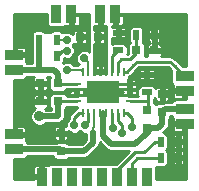
<source format=gbr>
G04 #@! TF.FileFunction,Copper,L1,Top,Signal*
%FSLAX46Y46*%
G04 Gerber Fmt 4.6, Leading zero omitted, Abs format (unit mm)*
G04 Created by KiCad (PCBNEW 4.0.2-stable) date 02-04-2017 12:22:52*
%MOMM*%
G01*
G04 APERTURE LIST*
%ADD10C,0.100000*%
%ADD11R,1.600000X0.960000*%
%ADD12R,1.600000X0.950000*%
%ADD13R,0.750000X0.800000*%
%ADD14R,0.800000X0.750000*%
%ADD15R,0.900000X0.500000*%
%ADD16R,0.500000X0.900000*%
%ADD17R,0.800000X0.254000*%
%ADD18R,0.254000X0.800000*%
%ADD19R,2.800000X1.900000*%
%ADD20R,0.960000X1.600000*%
%ADD21R,0.950000X1.600000*%
%ADD22C,0.600000*%
%ADD23C,0.906400*%
%ADD24C,0.706400*%
%ADD25C,0.203200*%
%ADD26C,0.510000*%
%ADD27C,0.250000*%
%ADD28C,0.500000*%
%ADD29C,0.254000*%
G04 APERTURE END LIST*
D10*
D11*
X15235200Y-7315200D03*
D12*
X15235200Y-6045200D03*
D13*
X4775200Y-12408600D03*
X4775200Y-10908600D03*
D14*
X4509200Y-6680200D03*
X3009200Y-6680200D03*
D13*
X12039600Y-10427400D03*
X12039600Y-8927400D03*
D14*
X11137200Y-3886200D03*
X12637200Y-3886200D03*
X4509200Y-8204200D03*
X3009200Y-8204200D03*
X7862000Y-2743200D03*
X6362000Y-2743200D03*
D13*
X13309600Y-9106600D03*
X13309600Y-7606600D03*
D15*
X9601200Y-3874200D03*
X9601200Y-2374200D03*
X12014200Y-7430200D03*
X12014200Y-5930200D03*
D16*
X11137200Y-2616200D03*
X12637200Y-2616200D03*
D17*
X6081200Y-6692200D03*
D18*
X6581200Y-5692200D03*
X7081200Y-5692200D03*
X7581200Y-5692200D03*
X8081200Y-5692200D03*
X8581200Y-5692200D03*
X9081200Y-5692200D03*
X9581200Y-5692200D03*
X10081200Y-5692200D03*
D17*
X10581200Y-6692200D03*
X10581200Y-7192200D03*
X10581200Y-7692200D03*
X10581200Y-8192200D03*
X6081200Y-7192200D03*
X6081200Y-7692200D03*
X6081200Y-8192200D03*
D18*
X10081200Y-9192200D03*
X9581200Y-9192200D03*
X9081200Y-9192200D03*
X8581200Y-9192200D03*
X8081200Y-9192200D03*
X7581200Y-9192200D03*
X7081200Y-9192200D03*
X6581200Y-9192200D03*
D19*
X8331200Y-7442200D03*
D11*
X792200Y-10998200D03*
D12*
X792200Y-12268200D03*
D11*
X15235200Y-10109200D03*
D12*
X15235200Y-8839200D03*
D20*
X5638800Y-792200D03*
D21*
X4368800Y-792200D03*
D20*
X9347200Y-792200D03*
D21*
X8077200Y-792200D03*
X12014200Y-14600200D03*
X3124200Y-14600200D03*
X4394200Y-14600200D03*
X10744200Y-14600200D03*
X9474200Y-14600200D03*
X5664200Y-14600200D03*
X6934200Y-14600200D03*
X8204200Y-14600200D03*
D11*
X792200Y-4267200D03*
D12*
X792200Y-5537200D03*
D16*
X13194600Y-12979400D03*
X14694600Y-12979400D03*
X13194600Y-11607800D03*
X14694600Y-11607800D03*
X2882200Y-2971800D03*
X4382200Y-2971800D03*
X2882200Y-4368800D03*
X4382200Y-4368800D03*
D22*
X1930400Y-3302000D03*
X1905000Y-2489200D03*
X1905000Y-1676400D03*
X13157200Y-5918200D03*
X14427200Y-1854200D03*
X14427200Y-2870200D03*
X14427200Y-3886200D03*
X7315200Y-6934200D03*
X8331200Y-6934200D03*
X9347200Y-6934200D03*
X9347200Y-7950200D03*
X8331200Y-7950200D03*
X7315200Y-7950200D03*
D23*
X2933700Y-9474200D03*
D24*
X5232400Y-2971800D03*
X10744200Y-10388600D03*
X9956800Y-10871200D03*
X5232400Y-3911600D03*
X9144000Y-10439400D03*
X6731000Y-4546600D03*
X5867400Y-10236200D03*
X6807200Y-10236200D03*
X5257800Y-5537200D03*
D25*
X7467600Y-10795000D02*
X7467600Y-10439400D01*
D26*
X6743000Y-12408600D02*
X7467600Y-11684000D01*
X7467600Y-11684000D02*
X7467600Y-10795000D01*
X4775200Y-12408600D02*
X6743000Y-12408600D01*
D25*
X7581200Y-10325800D02*
X7581200Y-9192200D01*
X7467600Y-10439400D02*
X7581200Y-10325800D01*
D26*
X2641600Y-12268200D02*
X4634800Y-12268200D01*
X4634800Y-12268200D02*
X4775200Y-12408600D01*
X1092200Y-12268200D02*
X2641600Y-12268200D01*
X2641600Y-12268200D02*
X2653600Y-12268200D01*
D27*
X14935200Y-7315200D02*
X13601000Y-7315200D01*
X13601000Y-7315200D02*
X13309600Y-7606600D01*
X1930400Y-3302000D02*
X1905000Y-3276600D01*
X1905000Y-3276600D02*
X1905000Y-2489200D01*
X12637200Y-3886200D02*
X14427200Y-3886200D01*
X14427200Y-2870200D02*
X14427200Y-1854200D01*
X6807200Y-7192200D02*
X7184200Y-7192200D01*
X7184200Y-7192200D02*
X7315200Y-7061200D01*
X7315200Y-7061200D02*
X7315200Y-6934200D01*
X8331200Y-6934200D02*
X9347200Y-6934200D01*
X9347200Y-7950200D02*
X8331200Y-7950200D01*
X7315200Y-7950200D02*
X7315200Y-7442200D01*
X7315200Y-7442200D02*
X8331200Y-7442200D01*
X10581200Y-6692200D02*
X9081200Y-6692200D01*
X9081200Y-6692200D02*
X8331200Y-7442200D01*
X6081200Y-7192200D02*
X6807200Y-7192200D01*
X6807200Y-7192200D02*
X8081200Y-7192200D01*
X8081200Y-7192200D02*
X8331200Y-7442200D01*
X6081200Y-7692200D02*
X8081200Y-7692200D01*
X8081200Y-7692200D02*
X8331200Y-7442200D01*
X10581200Y-7192200D02*
X8581200Y-7192200D01*
X8581200Y-7192200D02*
X8331200Y-7442200D01*
X10581200Y-7692200D02*
X8581200Y-7692200D01*
X8581200Y-7692200D02*
X8331200Y-7442200D01*
D28*
X2882200Y-4368800D02*
X2882200Y-5384800D01*
X3034600Y-5537200D02*
X3073400Y-5498400D01*
X3073400Y-5498400D02*
X3073400Y-5486400D01*
X3073400Y-5486400D02*
X3073400Y-5537200D01*
X2882200Y-5384800D02*
X3034600Y-5537200D01*
X2882200Y-2971800D02*
X2882200Y-4368800D01*
X4509200Y-6680200D02*
X4509200Y-5906200D01*
X4509200Y-5906200D02*
X4140200Y-5537200D01*
X4140200Y-5537200D02*
X3073400Y-5537200D01*
X3073400Y-5537200D02*
X711200Y-5537200D01*
D27*
X6081200Y-6692200D02*
X4521200Y-6692200D01*
X4521200Y-6692200D02*
X4509200Y-6680200D01*
D26*
X13309600Y-9106600D02*
X13309600Y-10109200D01*
X12991400Y-10427400D02*
X12039600Y-10427400D01*
X13309600Y-10109200D02*
X12991400Y-10427400D01*
D25*
X8581200Y-9192200D02*
X8303200Y-9192200D01*
X8081200Y-9192200D02*
X8303200Y-9192200D01*
D26*
X11062400Y-11785600D02*
X8991600Y-11785600D01*
X8991600Y-11785600D02*
X8305800Y-11099800D01*
X8305800Y-11099800D02*
X8305800Y-9194800D01*
X11062400Y-11785600D02*
X11912600Y-10935400D01*
D25*
X8303200Y-9192200D02*
X8305800Y-9194800D01*
D26*
X14935200Y-8839200D02*
X13577000Y-8839200D01*
X13577000Y-8839200D02*
X13309600Y-9106600D01*
D28*
X12192000Y-10668000D02*
X12180000Y-10668000D01*
X12180000Y-10668000D02*
X11912600Y-10935400D01*
D27*
X12141200Y-7430200D02*
X12141200Y-8180200D01*
X12141200Y-8180200D02*
X12129200Y-8192200D01*
X10581200Y-8192200D02*
X12129200Y-8192200D01*
X12141200Y-8204200D02*
X12141200Y-9017000D01*
X12129200Y-8192200D02*
X12141200Y-8204200D01*
X11137200Y-3886200D02*
X11137200Y-4077400D01*
X11137200Y-4077400D02*
X10566400Y-4648200D01*
X9581200Y-4922200D02*
X9855200Y-4648200D01*
X9581200Y-5692200D02*
X9581200Y-4922200D01*
X10566400Y-4648200D02*
X9855200Y-4648200D01*
X11137200Y-3886200D02*
X11137200Y-2616200D01*
D28*
X4509200Y-9422700D02*
X4509200Y-8204200D01*
X4457700Y-9474200D02*
X4509200Y-9422700D01*
D26*
X2933700Y-9474200D02*
X4457700Y-9474200D01*
D27*
X6081200Y-8192200D02*
X4521200Y-8192200D01*
X4521200Y-8192200D02*
X4509200Y-8204200D01*
X14935200Y-6045200D02*
X14935200Y-5765800D01*
X14935200Y-5765800D02*
X14401800Y-5232400D01*
X14401800Y-5232400D02*
X14020800Y-4851400D01*
X10335200Y-5692200D02*
X10871200Y-5156200D01*
X10335200Y-5692200D02*
X10081200Y-5692200D01*
X11176000Y-4851400D02*
X10871200Y-5156200D01*
X14020800Y-4851400D02*
X11176000Y-4851400D01*
X9081200Y-5692200D02*
X9081200Y-4394200D01*
X9081200Y-4394200D02*
X9601200Y-3874200D01*
D25*
X5232400Y-2971800D02*
X4382200Y-2971800D01*
D27*
X10335200Y-9192200D02*
X10744200Y-9601200D01*
X10081200Y-9192200D02*
X10335200Y-9192200D01*
X10744200Y-9601200D02*
X10744200Y-10388600D01*
X9956800Y-10236200D02*
X9956800Y-10871200D01*
X9581200Y-9192200D02*
X9581200Y-9697400D01*
X9575800Y-9855200D02*
X9956800Y-10236200D01*
X9575800Y-9702800D02*
X9575800Y-9855200D01*
X9581200Y-9697400D02*
X9575800Y-9702800D01*
X13194600Y-12979400D02*
X11226800Y-12979400D01*
X10744200Y-13462000D02*
X10744200Y-14300200D01*
X11226800Y-12979400D02*
X10744200Y-13462000D01*
X4839400Y-3911600D02*
X5232400Y-3911600D01*
X4839400Y-3911600D02*
X4382200Y-4368800D01*
X9081200Y-10224200D02*
X9081200Y-10376600D01*
X9081200Y-9192200D02*
X9081200Y-10224200D01*
X9081200Y-10376600D02*
X9144000Y-10439400D01*
X13194600Y-11607800D02*
X12674600Y-11607800D01*
X9474200Y-14020800D02*
X9474200Y-14300200D01*
X11023600Y-12471400D02*
X9474200Y-14020800D01*
X11811000Y-12471400D02*
X11023600Y-12471400D01*
X12674600Y-11607800D02*
X11811000Y-12471400D01*
D25*
X7081200Y-4896800D02*
X6731000Y-4546600D01*
X7081200Y-5692200D02*
X7081200Y-4896800D01*
D27*
X6251000Y-9192200D02*
X5867400Y-9575800D01*
X5867400Y-9575800D02*
X5867400Y-10236200D01*
X6581200Y-9192200D02*
X6251000Y-9192200D01*
X7081200Y-9192200D02*
X7081200Y-9962200D01*
X7081200Y-9962200D02*
X6807200Y-10236200D01*
D25*
X6581200Y-5692200D02*
X6426200Y-5537200D01*
X6426200Y-5537200D02*
X5257800Y-5537200D01*
D29*
G36*
X8224200Y-919200D02*
X8204200Y-919200D01*
X8204200Y-1762450D01*
X8260950Y-1819200D01*
X8597353Y-1819200D01*
X8605007Y-1816030D01*
X8586163Y-5839200D01*
X8517700Y-5839200D01*
X8517700Y-5819200D01*
X8144700Y-5819200D01*
X8144700Y-5839200D01*
X8017700Y-5839200D01*
X8017700Y-5819200D01*
X7644700Y-5819200D01*
X7644700Y-5839200D01*
X7570167Y-5839200D01*
X7573526Y-5121950D01*
X7644700Y-5121950D01*
X7644700Y-5565200D01*
X8017700Y-5565200D01*
X8017700Y-5121950D01*
X8144700Y-5121950D01*
X8144700Y-5565200D01*
X8517700Y-5565200D01*
X8517700Y-5121950D01*
X8460950Y-5065200D01*
X8409047Y-5065200D01*
X8331200Y-5097446D01*
X8253353Y-5065200D01*
X8201450Y-5065200D01*
X8144700Y-5121950D01*
X8017700Y-5121950D01*
X7960950Y-5065200D01*
X7909047Y-5065200D01*
X7831200Y-5097446D01*
X7753353Y-5065200D01*
X7701450Y-5065200D01*
X7644700Y-5121950D01*
X7573526Y-5121950D01*
X7581848Y-3345200D01*
X7678250Y-3345200D01*
X7735000Y-3288450D01*
X7735000Y-2870200D01*
X7989000Y-2870200D01*
X7989000Y-3288450D01*
X8045750Y-3345200D01*
X8307153Y-3345200D01*
X8390585Y-3310641D01*
X8454441Y-3246785D01*
X8489000Y-3163353D01*
X8489000Y-2926950D01*
X8432250Y-2870200D01*
X7989000Y-2870200D01*
X7735000Y-2870200D01*
X7715000Y-2870200D01*
X7715000Y-2616200D01*
X7735000Y-2616200D01*
X7735000Y-2197950D01*
X7989000Y-2197950D01*
X7989000Y-2616200D01*
X8432250Y-2616200D01*
X8489000Y-2559450D01*
X8489000Y-2323047D01*
X8454441Y-2239615D01*
X8390585Y-2175759D01*
X8307153Y-2141200D01*
X8045750Y-2141200D01*
X7989000Y-2197950D01*
X7735000Y-2197950D01*
X7678250Y-2141200D01*
X7587488Y-2141200D01*
X7588996Y-1819200D01*
X7893450Y-1819200D01*
X7950200Y-1762450D01*
X7950200Y-919200D01*
X7930200Y-919200D01*
X7930200Y-749300D01*
X8224200Y-749300D01*
X8224200Y-919200D01*
X8224200Y-919200D01*
G37*
X8224200Y-919200D02*
X8204200Y-919200D01*
X8204200Y-1762450D01*
X8260950Y-1819200D01*
X8597353Y-1819200D01*
X8605007Y-1816030D01*
X8586163Y-5839200D01*
X8517700Y-5839200D01*
X8517700Y-5819200D01*
X8144700Y-5819200D01*
X8144700Y-5839200D01*
X8017700Y-5839200D01*
X8017700Y-5819200D01*
X7644700Y-5819200D01*
X7644700Y-5839200D01*
X7570167Y-5839200D01*
X7573526Y-5121950D01*
X7644700Y-5121950D01*
X7644700Y-5565200D01*
X8017700Y-5565200D01*
X8017700Y-5121950D01*
X8144700Y-5121950D01*
X8144700Y-5565200D01*
X8517700Y-5565200D01*
X8517700Y-5121950D01*
X8460950Y-5065200D01*
X8409047Y-5065200D01*
X8331200Y-5097446D01*
X8253353Y-5065200D01*
X8201450Y-5065200D01*
X8144700Y-5121950D01*
X8017700Y-5121950D01*
X7960950Y-5065200D01*
X7909047Y-5065200D01*
X7831200Y-5097446D01*
X7753353Y-5065200D01*
X7701450Y-5065200D01*
X7644700Y-5121950D01*
X7573526Y-5121950D01*
X7581848Y-3345200D01*
X7678250Y-3345200D01*
X7735000Y-3288450D01*
X7735000Y-2870200D01*
X7989000Y-2870200D01*
X7989000Y-3288450D01*
X8045750Y-3345200D01*
X8307153Y-3345200D01*
X8390585Y-3310641D01*
X8454441Y-3246785D01*
X8489000Y-3163353D01*
X8489000Y-2926950D01*
X8432250Y-2870200D01*
X7989000Y-2870200D01*
X7735000Y-2870200D01*
X7715000Y-2870200D01*
X7715000Y-2616200D01*
X7735000Y-2616200D01*
X7735000Y-2197950D01*
X7989000Y-2197950D01*
X7989000Y-2616200D01*
X8432250Y-2616200D01*
X8489000Y-2559450D01*
X8489000Y-2323047D01*
X8454441Y-2239615D01*
X8390585Y-2175759D01*
X8307153Y-2141200D01*
X8045750Y-2141200D01*
X7989000Y-2197950D01*
X7735000Y-2197950D01*
X7678250Y-2141200D01*
X7587488Y-2141200D01*
X7588996Y-1819200D01*
X7893450Y-1819200D01*
X7950200Y-1762450D01*
X7950200Y-919200D01*
X7930200Y-919200D01*
X7930200Y-749300D01*
X8224200Y-749300D01*
X8224200Y-919200D01*
G36*
X14121556Y-9436565D02*
X14193873Y-9548949D01*
X14216371Y-9564321D01*
X14208200Y-9584047D01*
X14208200Y-9925450D01*
X14264950Y-9982200D01*
X15108200Y-9982200D01*
X15108200Y-9962200D01*
X15316200Y-9962200D01*
X15316200Y-14732000D01*
X12825869Y-14732000D01*
X12825869Y-13800200D01*
X12814489Y-13739721D01*
X12944600Y-13766069D01*
X13444600Y-13766069D01*
X13566965Y-13743044D01*
X13679349Y-13670727D01*
X13754744Y-13560383D01*
X13781269Y-13429400D01*
X13781269Y-13163150D01*
X14217600Y-13163150D01*
X14217600Y-13474553D01*
X14252159Y-13557985D01*
X14316015Y-13621841D01*
X14399447Y-13656400D01*
X14512850Y-13656400D01*
X14569600Y-13599650D01*
X14569600Y-13106400D01*
X14819600Y-13106400D01*
X14819600Y-13599650D01*
X14876350Y-13656400D01*
X14989753Y-13656400D01*
X15073185Y-13621841D01*
X15137041Y-13557985D01*
X15171600Y-13474553D01*
X15171600Y-13163150D01*
X15114850Y-13106400D01*
X14819600Y-13106400D01*
X14569600Y-13106400D01*
X14274350Y-13106400D01*
X14217600Y-13163150D01*
X13781269Y-13163150D01*
X13781269Y-12529400D01*
X13772773Y-12484247D01*
X14217600Y-12484247D01*
X14217600Y-12795650D01*
X14274350Y-12852400D01*
X14569600Y-12852400D01*
X14569600Y-12359150D01*
X14819600Y-12359150D01*
X14819600Y-12852400D01*
X15114850Y-12852400D01*
X15171600Y-12795650D01*
X15171600Y-12484247D01*
X15137041Y-12400815D01*
X15073185Y-12336959D01*
X14989753Y-12302400D01*
X14876350Y-12302400D01*
X14819600Y-12359150D01*
X14569600Y-12359150D01*
X14512850Y-12302400D01*
X14399447Y-12302400D01*
X14316015Y-12336959D01*
X14252159Y-12400815D01*
X14217600Y-12484247D01*
X13772773Y-12484247D01*
X13758244Y-12407035D01*
X13685927Y-12294651D01*
X13683528Y-12293012D01*
X13754744Y-12188783D01*
X13781269Y-12057800D01*
X13781269Y-11791550D01*
X14217600Y-11791550D01*
X14217600Y-12102953D01*
X14252159Y-12186385D01*
X14316015Y-12250241D01*
X14399447Y-12284800D01*
X14512850Y-12284800D01*
X14569600Y-12228050D01*
X14569600Y-11734800D01*
X14819600Y-11734800D01*
X14819600Y-12228050D01*
X14876350Y-12284800D01*
X14989753Y-12284800D01*
X15073185Y-12250241D01*
X15137041Y-12186385D01*
X15171600Y-12102953D01*
X15171600Y-11791550D01*
X15114850Y-11734800D01*
X14819600Y-11734800D01*
X14569600Y-11734800D01*
X14274350Y-11734800D01*
X14217600Y-11791550D01*
X13781269Y-11791550D01*
X13781269Y-11157800D01*
X13772773Y-11112647D01*
X14217600Y-11112647D01*
X14217600Y-11424050D01*
X14274350Y-11480800D01*
X14569600Y-11480800D01*
X14569600Y-10987550D01*
X14819600Y-10987550D01*
X14819600Y-11480800D01*
X15114850Y-11480800D01*
X15171600Y-11424050D01*
X15171600Y-11112647D01*
X15137041Y-11029215D01*
X15073185Y-10965359D01*
X14989753Y-10930800D01*
X14876350Y-10930800D01*
X14819600Y-10987550D01*
X14569600Y-10987550D01*
X14512850Y-10930800D01*
X14399447Y-10930800D01*
X14316015Y-10965359D01*
X14252159Y-11029215D01*
X14217600Y-11112647D01*
X13772773Y-11112647D01*
X13758244Y-11035435D01*
X13685927Y-10923051D01*
X13575583Y-10847656D01*
X13444600Y-10821131D01*
X13425267Y-10821131D01*
X13723399Y-10522999D01*
X13850254Y-10333146D01*
X13858249Y-10292950D01*
X14208200Y-10292950D01*
X14208200Y-10634353D01*
X14242759Y-10717785D01*
X14306615Y-10781641D01*
X14390047Y-10816200D01*
X15051450Y-10816200D01*
X15108200Y-10759450D01*
X15108200Y-10236200D01*
X14264950Y-10236200D01*
X14208200Y-10292950D01*
X13858249Y-10292950D01*
X13894800Y-10109200D01*
X13894800Y-9763724D01*
X13919349Y-9747927D01*
X13994744Y-9637583D01*
X14021269Y-9506600D01*
X14021269Y-9424400D01*
X14119267Y-9424400D01*
X14121556Y-9436565D01*
X14121556Y-9436565D01*
G37*
X14121556Y-9436565D02*
X14193873Y-9548949D01*
X14216371Y-9564321D01*
X14208200Y-9584047D01*
X14208200Y-9925450D01*
X14264950Y-9982200D01*
X15108200Y-9982200D01*
X15108200Y-9962200D01*
X15316200Y-9962200D01*
X15316200Y-14732000D01*
X12825869Y-14732000D01*
X12825869Y-13800200D01*
X12814489Y-13739721D01*
X12944600Y-13766069D01*
X13444600Y-13766069D01*
X13566965Y-13743044D01*
X13679349Y-13670727D01*
X13754744Y-13560383D01*
X13781269Y-13429400D01*
X13781269Y-13163150D01*
X14217600Y-13163150D01*
X14217600Y-13474553D01*
X14252159Y-13557985D01*
X14316015Y-13621841D01*
X14399447Y-13656400D01*
X14512850Y-13656400D01*
X14569600Y-13599650D01*
X14569600Y-13106400D01*
X14819600Y-13106400D01*
X14819600Y-13599650D01*
X14876350Y-13656400D01*
X14989753Y-13656400D01*
X15073185Y-13621841D01*
X15137041Y-13557985D01*
X15171600Y-13474553D01*
X15171600Y-13163150D01*
X15114850Y-13106400D01*
X14819600Y-13106400D01*
X14569600Y-13106400D01*
X14274350Y-13106400D01*
X14217600Y-13163150D01*
X13781269Y-13163150D01*
X13781269Y-12529400D01*
X13772773Y-12484247D01*
X14217600Y-12484247D01*
X14217600Y-12795650D01*
X14274350Y-12852400D01*
X14569600Y-12852400D01*
X14569600Y-12359150D01*
X14819600Y-12359150D01*
X14819600Y-12852400D01*
X15114850Y-12852400D01*
X15171600Y-12795650D01*
X15171600Y-12484247D01*
X15137041Y-12400815D01*
X15073185Y-12336959D01*
X14989753Y-12302400D01*
X14876350Y-12302400D01*
X14819600Y-12359150D01*
X14569600Y-12359150D01*
X14512850Y-12302400D01*
X14399447Y-12302400D01*
X14316015Y-12336959D01*
X14252159Y-12400815D01*
X14217600Y-12484247D01*
X13772773Y-12484247D01*
X13758244Y-12407035D01*
X13685927Y-12294651D01*
X13683528Y-12293012D01*
X13754744Y-12188783D01*
X13781269Y-12057800D01*
X13781269Y-11791550D01*
X14217600Y-11791550D01*
X14217600Y-12102953D01*
X14252159Y-12186385D01*
X14316015Y-12250241D01*
X14399447Y-12284800D01*
X14512850Y-12284800D01*
X14569600Y-12228050D01*
X14569600Y-11734800D01*
X14819600Y-11734800D01*
X14819600Y-12228050D01*
X14876350Y-12284800D01*
X14989753Y-12284800D01*
X15073185Y-12250241D01*
X15137041Y-12186385D01*
X15171600Y-12102953D01*
X15171600Y-11791550D01*
X15114850Y-11734800D01*
X14819600Y-11734800D01*
X14569600Y-11734800D01*
X14274350Y-11734800D01*
X14217600Y-11791550D01*
X13781269Y-11791550D01*
X13781269Y-11157800D01*
X13772773Y-11112647D01*
X14217600Y-11112647D01*
X14217600Y-11424050D01*
X14274350Y-11480800D01*
X14569600Y-11480800D01*
X14569600Y-10987550D01*
X14819600Y-10987550D01*
X14819600Y-11480800D01*
X15114850Y-11480800D01*
X15171600Y-11424050D01*
X15171600Y-11112647D01*
X15137041Y-11029215D01*
X15073185Y-10965359D01*
X14989753Y-10930800D01*
X14876350Y-10930800D01*
X14819600Y-10987550D01*
X14569600Y-10987550D01*
X14512850Y-10930800D01*
X14399447Y-10930800D01*
X14316015Y-10965359D01*
X14252159Y-11029215D01*
X14217600Y-11112647D01*
X13772773Y-11112647D01*
X13758244Y-11035435D01*
X13685927Y-10923051D01*
X13575583Y-10847656D01*
X13444600Y-10821131D01*
X13425267Y-10821131D01*
X13723399Y-10522999D01*
X13850254Y-10333146D01*
X13858249Y-10292950D01*
X14208200Y-10292950D01*
X14208200Y-10634353D01*
X14242759Y-10717785D01*
X14306615Y-10781641D01*
X14390047Y-10816200D01*
X15051450Y-10816200D01*
X15108200Y-10759450D01*
X15108200Y-10236200D01*
X14264950Y-10236200D01*
X14208200Y-10292950D01*
X13858249Y-10292950D01*
X13894800Y-10109200D01*
X13894800Y-9763724D01*
X13919349Y-9747927D01*
X13994744Y-9637583D01*
X14021269Y-9506600D01*
X14021269Y-9424400D01*
X14119267Y-9424400D01*
X14121556Y-9436565D01*
G36*
X8577801Y-12199399D02*
X8767654Y-12326254D01*
X8991600Y-12370800D01*
X10480450Y-12370800D01*
X9387719Y-13463531D01*
X8999200Y-13463531D01*
X8876835Y-13486556D01*
X8839871Y-13510341D01*
X8810183Y-13490056D01*
X8679200Y-13463531D01*
X7729200Y-13463531D01*
X7606835Y-13486556D01*
X7569871Y-13510341D01*
X7540183Y-13490056D01*
X7409200Y-13463531D01*
X6459200Y-13463531D01*
X6336835Y-13486556D01*
X6299871Y-13510341D01*
X6270183Y-13490056D01*
X6139200Y-13463531D01*
X5189200Y-13463531D01*
X5066835Y-13486556D01*
X5029871Y-13510341D01*
X5000183Y-13490056D01*
X4869200Y-13463531D01*
X3919200Y-13463531D01*
X3796835Y-13486556D01*
X3684451Y-13558873D01*
X3667976Y-13582985D01*
X3644353Y-13573200D01*
X3307950Y-13573200D01*
X3251200Y-13629950D01*
X3251200Y-14473200D01*
X3271200Y-14473200D01*
X3271200Y-14727200D01*
X3251200Y-14727200D01*
X3251200Y-14732000D01*
X2997200Y-14732000D01*
X2997200Y-14727200D01*
X2478950Y-14727200D01*
X2474150Y-14732000D01*
X787400Y-14732000D01*
X787400Y-13755047D01*
X2422200Y-13755047D01*
X2422200Y-14416450D01*
X2478950Y-14473200D01*
X2997200Y-14473200D01*
X2997200Y-13629950D01*
X2940450Y-13573200D01*
X2604047Y-13573200D01*
X2520615Y-13607759D01*
X2456759Y-13671615D01*
X2422200Y-13755047D01*
X787400Y-13755047D01*
X787400Y-13079869D01*
X1592200Y-13079869D01*
X1714565Y-13056844D01*
X1826949Y-12984527D01*
X1902344Y-12874183D01*
X1906553Y-12853400D01*
X4071961Y-12853400D01*
X4086556Y-12930965D01*
X4158873Y-13043349D01*
X4269217Y-13118744D01*
X4400200Y-13145269D01*
X5150200Y-13145269D01*
X5272565Y-13122244D01*
X5384949Y-13049927D01*
X5423299Y-12993800D01*
X6743000Y-12993800D01*
X6966946Y-12949254D01*
X7156799Y-12822399D01*
X7881399Y-12097799D01*
X8008254Y-11907946D01*
X8052800Y-11684000D01*
X8052800Y-11674398D01*
X8577801Y-12199399D01*
X8577801Y-12199399D01*
G37*
X8577801Y-12199399D02*
X8767654Y-12326254D01*
X8991600Y-12370800D01*
X10480450Y-12370800D01*
X9387719Y-13463531D01*
X8999200Y-13463531D01*
X8876835Y-13486556D01*
X8839871Y-13510341D01*
X8810183Y-13490056D01*
X8679200Y-13463531D01*
X7729200Y-13463531D01*
X7606835Y-13486556D01*
X7569871Y-13510341D01*
X7540183Y-13490056D01*
X7409200Y-13463531D01*
X6459200Y-13463531D01*
X6336835Y-13486556D01*
X6299871Y-13510341D01*
X6270183Y-13490056D01*
X6139200Y-13463531D01*
X5189200Y-13463531D01*
X5066835Y-13486556D01*
X5029871Y-13510341D01*
X5000183Y-13490056D01*
X4869200Y-13463531D01*
X3919200Y-13463531D01*
X3796835Y-13486556D01*
X3684451Y-13558873D01*
X3667976Y-13582985D01*
X3644353Y-13573200D01*
X3307950Y-13573200D01*
X3251200Y-13629950D01*
X3251200Y-14473200D01*
X3271200Y-14473200D01*
X3271200Y-14727200D01*
X3251200Y-14727200D01*
X3251200Y-14732000D01*
X2997200Y-14732000D01*
X2997200Y-14727200D01*
X2478950Y-14727200D01*
X2474150Y-14732000D01*
X787400Y-14732000D01*
X787400Y-13755047D01*
X2422200Y-13755047D01*
X2422200Y-14416450D01*
X2478950Y-14473200D01*
X2997200Y-14473200D01*
X2997200Y-13629950D01*
X2940450Y-13573200D01*
X2604047Y-13573200D01*
X2520615Y-13607759D01*
X2456759Y-13671615D01*
X2422200Y-13755047D01*
X787400Y-13755047D01*
X787400Y-13079869D01*
X1592200Y-13079869D01*
X1714565Y-13056844D01*
X1826949Y-12984527D01*
X1902344Y-12874183D01*
X1906553Y-12853400D01*
X4071961Y-12853400D01*
X4086556Y-12930965D01*
X4158873Y-13043349D01*
X4269217Y-13118744D01*
X4400200Y-13145269D01*
X5150200Y-13145269D01*
X5272565Y-13122244D01*
X5384949Y-13049927D01*
X5423299Y-12993800D01*
X6743000Y-12993800D01*
X6966946Y-12949254D01*
X7156799Y-12822399D01*
X7881399Y-12097799D01*
X8008254Y-11907946D01*
X8052800Y-11684000D01*
X8052800Y-11674398D01*
X8577801Y-12199399D01*
G36*
X2416759Y-6176615D02*
X2382200Y-6260047D01*
X2382200Y-6496450D01*
X2438950Y-6553200D01*
X2882200Y-6553200D01*
X2882200Y-6533200D01*
X3136200Y-6533200D01*
X3136200Y-6553200D01*
X3579450Y-6553200D01*
X3636200Y-6496450D01*
X3636200Y-6260047D01*
X3601641Y-6176615D01*
X3542426Y-6117400D01*
X3837877Y-6117400D01*
X3799056Y-6174217D01*
X3772531Y-6305200D01*
X3772531Y-7055200D01*
X3795556Y-7177565D01*
X3867873Y-7289949D01*
X3978217Y-7365344D01*
X4109200Y-7391869D01*
X4909200Y-7391869D01*
X5031565Y-7368844D01*
X5119203Y-7312450D01*
X5454200Y-7312450D01*
X5454200Y-7364353D01*
X5486446Y-7442200D01*
X5454200Y-7520047D01*
X5454200Y-7571950D01*
X5510950Y-7628700D01*
X5954200Y-7628700D01*
X5954200Y-7255700D01*
X5510950Y-7255700D01*
X5454200Y-7312450D01*
X5119203Y-7312450D01*
X5143949Y-7296527D01*
X5219344Y-7186183D01*
X5227198Y-7147400D01*
X5639379Y-7147400D01*
X5681200Y-7155869D01*
X6228200Y-7155869D01*
X6228200Y-7255700D01*
X6208200Y-7255700D01*
X6208200Y-7628700D01*
X6228200Y-7628700D01*
X6228200Y-7728531D01*
X5681200Y-7728531D01*
X5636192Y-7737000D01*
X5228520Y-7737000D01*
X5222844Y-7706835D01*
X5150527Y-7594451D01*
X5040183Y-7519056D01*
X4909200Y-7492531D01*
X4109200Y-7492531D01*
X3986835Y-7515556D01*
X3874451Y-7587873D01*
X3799056Y-7698217D01*
X3772531Y-7829200D01*
X3772531Y-8579200D01*
X3795556Y-8701565D01*
X3867873Y-8813949D01*
X3929000Y-8855715D01*
X3929000Y-8889000D01*
X3456450Y-8889000D01*
X3378040Y-8810453D01*
X3367798Y-8806200D01*
X3454353Y-8806200D01*
X3537785Y-8771641D01*
X3601641Y-8707785D01*
X3636200Y-8624353D01*
X3636200Y-8387950D01*
X3579450Y-8331200D01*
X3136200Y-8331200D01*
X3136200Y-8351200D01*
X2882200Y-8351200D01*
X2882200Y-8331200D01*
X2438950Y-8331200D01*
X2382200Y-8387950D01*
X2382200Y-8624353D01*
X2416759Y-8707785D01*
X2480615Y-8771641D01*
X2531532Y-8792732D01*
X2490519Y-8809678D01*
X2269953Y-9029860D01*
X2150436Y-9317688D01*
X2150164Y-9629344D01*
X2269178Y-9917381D01*
X2489360Y-10137947D01*
X2777188Y-10257464D01*
X3088844Y-10257736D01*
X3376881Y-10138722D01*
X3456341Y-10059400D01*
X4457700Y-10059400D01*
X4681646Y-10014854D01*
X4871499Y-9887999D01*
X4885739Y-9866687D01*
X4919463Y-9832963D01*
X5045235Y-9644733D01*
X5057306Y-9584047D01*
X5089400Y-9422700D01*
X5089400Y-8855628D01*
X5143949Y-8820527D01*
X5219344Y-8710183D01*
X5232058Y-8647400D01*
X5639379Y-8647400D01*
X5681200Y-8655869D01*
X6147710Y-8655869D01*
X6144056Y-8661217D01*
X6123577Y-8762346D01*
X6076803Y-8771650D01*
X6046048Y-8792200D01*
X5929125Y-8870325D01*
X5545525Y-9253925D01*
X5446850Y-9401602D01*
X5416233Y-9555527D01*
X5412200Y-9575800D01*
X5412200Y-9724975D01*
X5288379Y-9848579D01*
X5184118Y-10099667D01*
X5183959Y-10281600D01*
X4958950Y-10281600D01*
X4902200Y-10338350D01*
X4902200Y-10781600D01*
X5320450Y-10781600D01*
X5377200Y-10724850D01*
X5377200Y-10712462D01*
X5479779Y-10815221D01*
X5730867Y-10919482D01*
X6002740Y-10919719D01*
X6254009Y-10815896D01*
X6337277Y-10732774D01*
X6419579Y-10815221D01*
X6670667Y-10919482D01*
X6882400Y-10919667D01*
X6882400Y-11441602D01*
X6500602Y-11823400D01*
X5423411Y-11823400D01*
X5391527Y-11773851D01*
X5281183Y-11698456D01*
X5150200Y-11671931D01*
X4400200Y-11671931D01*
X4341374Y-11683000D01*
X1908133Y-11683000D01*
X1905844Y-11670835D01*
X1833527Y-11558451D01*
X1811029Y-11543079D01*
X1819200Y-11523353D01*
X1819200Y-11181950D01*
X1762450Y-11125200D01*
X919200Y-11125200D01*
X919200Y-11145200D01*
X787400Y-11145200D01*
X787400Y-11092350D01*
X4173200Y-11092350D01*
X4173200Y-11353753D01*
X4207759Y-11437185D01*
X4271615Y-11501041D01*
X4355047Y-11535600D01*
X4591450Y-11535600D01*
X4648200Y-11478850D01*
X4648200Y-11035600D01*
X4902200Y-11035600D01*
X4902200Y-11478850D01*
X4958950Y-11535600D01*
X5195353Y-11535600D01*
X5278785Y-11501041D01*
X5342641Y-11437185D01*
X5377200Y-11353753D01*
X5377200Y-11092350D01*
X5320450Y-11035600D01*
X4902200Y-11035600D01*
X4648200Y-11035600D01*
X4229950Y-11035600D01*
X4173200Y-11092350D01*
X787400Y-11092350D01*
X787400Y-10347950D01*
X919200Y-10347950D01*
X919200Y-10871200D01*
X1762450Y-10871200D01*
X1819200Y-10814450D01*
X1819200Y-10473047D01*
X1815224Y-10463447D01*
X4173200Y-10463447D01*
X4173200Y-10724850D01*
X4229950Y-10781600D01*
X4648200Y-10781600D01*
X4648200Y-10338350D01*
X4591450Y-10281600D01*
X4355047Y-10281600D01*
X4271615Y-10316159D01*
X4207759Y-10380015D01*
X4173200Y-10463447D01*
X1815224Y-10463447D01*
X1784641Y-10389615D01*
X1720785Y-10325759D01*
X1637353Y-10291200D01*
X975950Y-10291200D01*
X919200Y-10347950D01*
X787400Y-10347950D01*
X787400Y-7784047D01*
X2382200Y-7784047D01*
X2382200Y-8020450D01*
X2438950Y-8077200D01*
X2882200Y-8077200D01*
X2882200Y-7658950D01*
X3136200Y-7658950D01*
X3136200Y-8077200D01*
X3579450Y-8077200D01*
X3636200Y-8020450D01*
X3636200Y-7784047D01*
X3601641Y-7700615D01*
X3537785Y-7636759D01*
X3454353Y-7602200D01*
X3192950Y-7602200D01*
X3136200Y-7658950D01*
X2882200Y-7658950D01*
X2825450Y-7602200D01*
X2564047Y-7602200D01*
X2480615Y-7636759D01*
X2416759Y-7700615D01*
X2382200Y-7784047D01*
X787400Y-7784047D01*
X787400Y-6863950D01*
X2382200Y-6863950D01*
X2382200Y-7100353D01*
X2416759Y-7183785D01*
X2480615Y-7247641D01*
X2564047Y-7282200D01*
X2825450Y-7282200D01*
X2882200Y-7225450D01*
X2882200Y-6807200D01*
X3136200Y-6807200D01*
X3136200Y-7225450D01*
X3192950Y-7282200D01*
X3454353Y-7282200D01*
X3537785Y-7247641D01*
X3601641Y-7183785D01*
X3636200Y-7100353D01*
X3636200Y-6863950D01*
X3579450Y-6807200D01*
X3136200Y-6807200D01*
X2882200Y-6807200D01*
X2438950Y-6807200D01*
X2382200Y-6863950D01*
X787400Y-6863950D01*
X787400Y-6348869D01*
X1592200Y-6348869D01*
X1714565Y-6325844D01*
X1826949Y-6253527D01*
X1902344Y-6143183D01*
X1907565Y-6117400D01*
X2475974Y-6117400D01*
X2416759Y-6176615D01*
X2416759Y-6176615D01*
G37*
X2416759Y-6176615D02*
X2382200Y-6260047D01*
X2382200Y-6496450D01*
X2438950Y-6553200D01*
X2882200Y-6553200D01*
X2882200Y-6533200D01*
X3136200Y-6533200D01*
X3136200Y-6553200D01*
X3579450Y-6553200D01*
X3636200Y-6496450D01*
X3636200Y-6260047D01*
X3601641Y-6176615D01*
X3542426Y-6117400D01*
X3837877Y-6117400D01*
X3799056Y-6174217D01*
X3772531Y-6305200D01*
X3772531Y-7055200D01*
X3795556Y-7177565D01*
X3867873Y-7289949D01*
X3978217Y-7365344D01*
X4109200Y-7391869D01*
X4909200Y-7391869D01*
X5031565Y-7368844D01*
X5119203Y-7312450D01*
X5454200Y-7312450D01*
X5454200Y-7364353D01*
X5486446Y-7442200D01*
X5454200Y-7520047D01*
X5454200Y-7571950D01*
X5510950Y-7628700D01*
X5954200Y-7628700D01*
X5954200Y-7255700D01*
X5510950Y-7255700D01*
X5454200Y-7312450D01*
X5119203Y-7312450D01*
X5143949Y-7296527D01*
X5219344Y-7186183D01*
X5227198Y-7147400D01*
X5639379Y-7147400D01*
X5681200Y-7155869D01*
X6228200Y-7155869D01*
X6228200Y-7255700D01*
X6208200Y-7255700D01*
X6208200Y-7628700D01*
X6228200Y-7628700D01*
X6228200Y-7728531D01*
X5681200Y-7728531D01*
X5636192Y-7737000D01*
X5228520Y-7737000D01*
X5222844Y-7706835D01*
X5150527Y-7594451D01*
X5040183Y-7519056D01*
X4909200Y-7492531D01*
X4109200Y-7492531D01*
X3986835Y-7515556D01*
X3874451Y-7587873D01*
X3799056Y-7698217D01*
X3772531Y-7829200D01*
X3772531Y-8579200D01*
X3795556Y-8701565D01*
X3867873Y-8813949D01*
X3929000Y-8855715D01*
X3929000Y-8889000D01*
X3456450Y-8889000D01*
X3378040Y-8810453D01*
X3367798Y-8806200D01*
X3454353Y-8806200D01*
X3537785Y-8771641D01*
X3601641Y-8707785D01*
X3636200Y-8624353D01*
X3636200Y-8387950D01*
X3579450Y-8331200D01*
X3136200Y-8331200D01*
X3136200Y-8351200D01*
X2882200Y-8351200D01*
X2882200Y-8331200D01*
X2438950Y-8331200D01*
X2382200Y-8387950D01*
X2382200Y-8624353D01*
X2416759Y-8707785D01*
X2480615Y-8771641D01*
X2531532Y-8792732D01*
X2490519Y-8809678D01*
X2269953Y-9029860D01*
X2150436Y-9317688D01*
X2150164Y-9629344D01*
X2269178Y-9917381D01*
X2489360Y-10137947D01*
X2777188Y-10257464D01*
X3088844Y-10257736D01*
X3376881Y-10138722D01*
X3456341Y-10059400D01*
X4457700Y-10059400D01*
X4681646Y-10014854D01*
X4871499Y-9887999D01*
X4885739Y-9866687D01*
X4919463Y-9832963D01*
X5045235Y-9644733D01*
X5057306Y-9584047D01*
X5089400Y-9422700D01*
X5089400Y-8855628D01*
X5143949Y-8820527D01*
X5219344Y-8710183D01*
X5232058Y-8647400D01*
X5639379Y-8647400D01*
X5681200Y-8655869D01*
X6147710Y-8655869D01*
X6144056Y-8661217D01*
X6123577Y-8762346D01*
X6076803Y-8771650D01*
X6046048Y-8792200D01*
X5929125Y-8870325D01*
X5545525Y-9253925D01*
X5446850Y-9401602D01*
X5416233Y-9555527D01*
X5412200Y-9575800D01*
X5412200Y-9724975D01*
X5288379Y-9848579D01*
X5184118Y-10099667D01*
X5183959Y-10281600D01*
X4958950Y-10281600D01*
X4902200Y-10338350D01*
X4902200Y-10781600D01*
X5320450Y-10781600D01*
X5377200Y-10724850D01*
X5377200Y-10712462D01*
X5479779Y-10815221D01*
X5730867Y-10919482D01*
X6002740Y-10919719D01*
X6254009Y-10815896D01*
X6337277Y-10732774D01*
X6419579Y-10815221D01*
X6670667Y-10919482D01*
X6882400Y-10919667D01*
X6882400Y-11441602D01*
X6500602Y-11823400D01*
X5423411Y-11823400D01*
X5391527Y-11773851D01*
X5281183Y-11698456D01*
X5150200Y-11671931D01*
X4400200Y-11671931D01*
X4341374Y-11683000D01*
X1908133Y-11683000D01*
X1905844Y-11670835D01*
X1833527Y-11558451D01*
X1811029Y-11543079D01*
X1819200Y-11523353D01*
X1819200Y-11181950D01*
X1762450Y-11125200D01*
X919200Y-11125200D01*
X919200Y-11145200D01*
X787400Y-11145200D01*
X787400Y-11092350D01*
X4173200Y-11092350D01*
X4173200Y-11353753D01*
X4207759Y-11437185D01*
X4271615Y-11501041D01*
X4355047Y-11535600D01*
X4591450Y-11535600D01*
X4648200Y-11478850D01*
X4648200Y-11035600D01*
X4902200Y-11035600D01*
X4902200Y-11478850D01*
X4958950Y-11535600D01*
X5195353Y-11535600D01*
X5278785Y-11501041D01*
X5342641Y-11437185D01*
X5377200Y-11353753D01*
X5377200Y-11092350D01*
X5320450Y-11035600D01*
X4902200Y-11035600D01*
X4648200Y-11035600D01*
X4229950Y-11035600D01*
X4173200Y-11092350D01*
X787400Y-11092350D01*
X787400Y-10347950D01*
X919200Y-10347950D01*
X919200Y-10871200D01*
X1762450Y-10871200D01*
X1819200Y-10814450D01*
X1819200Y-10473047D01*
X1815224Y-10463447D01*
X4173200Y-10463447D01*
X4173200Y-10724850D01*
X4229950Y-10781600D01*
X4648200Y-10781600D01*
X4648200Y-10338350D01*
X4591450Y-10281600D01*
X4355047Y-10281600D01*
X4271615Y-10316159D01*
X4207759Y-10380015D01*
X4173200Y-10463447D01*
X1815224Y-10463447D01*
X1784641Y-10389615D01*
X1720785Y-10325759D01*
X1637353Y-10291200D01*
X975950Y-10291200D01*
X919200Y-10347950D01*
X787400Y-10347950D01*
X787400Y-7784047D01*
X2382200Y-7784047D01*
X2382200Y-8020450D01*
X2438950Y-8077200D01*
X2882200Y-8077200D01*
X2882200Y-7658950D01*
X3136200Y-7658950D01*
X3136200Y-8077200D01*
X3579450Y-8077200D01*
X3636200Y-8020450D01*
X3636200Y-7784047D01*
X3601641Y-7700615D01*
X3537785Y-7636759D01*
X3454353Y-7602200D01*
X3192950Y-7602200D01*
X3136200Y-7658950D01*
X2882200Y-7658950D01*
X2825450Y-7602200D01*
X2564047Y-7602200D01*
X2480615Y-7636759D01*
X2416759Y-7700615D01*
X2382200Y-7784047D01*
X787400Y-7784047D01*
X787400Y-6863950D01*
X2382200Y-6863950D01*
X2382200Y-7100353D01*
X2416759Y-7183785D01*
X2480615Y-7247641D01*
X2564047Y-7282200D01*
X2825450Y-7282200D01*
X2882200Y-7225450D01*
X2882200Y-6807200D01*
X3136200Y-6807200D01*
X3136200Y-7225450D01*
X3192950Y-7282200D01*
X3454353Y-7282200D01*
X3537785Y-7247641D01*
X3601641Y-7183785D01*
X3636200Y-7100353D01*
X3636200Y-6863950D01*
X3579450Y-6807200D01*
X3136200Y-6807200D01*
X2882200Y-6807200D01*
X2438950Y-6807200D01*
X2382200Y-6863950D01*
X787400Y-6863950D01*
X787400Y-6348869D01*
X1592200Y-6348869D01*
X1714565Y-6325844D01*
X1826949Y-6253527D01*
X1902344Y-6143183D01*
X1907565Y-6117400D01*
X2475974Y-6117400D01*
X2416759Y-6176615D01*
G36*
X14098531Y-5572881D02*
X14098531Y-6520200D01*
X14121556Y-6642565D01*
X14193873Y-6754949D01*
X14216371Y-6770321D01*
X14208200Y-6790047D01*
X14208200Y-7131450D01*
X14264950Y-7188200D01*
X15108200Y-7188200D01*
X15108200Y-7168200D01*
X15316200Y-7168200D01*
X15316200Y-8027531D01*
X14435200Y-8027531D01*
X14312835Y-8050556D01*
X14200451Y-8122873D01*
X14125056Y-8233217D01*
X14120847Y-8254000D01*
X13577000Y-8254000D01*
X13353054Y-8298546D01*
X13246218Y-8369931D01*
X12934600Y-8369931D01*
X12812235Y-8392956D01*
X12735288Y-8442470D01*
X12728244Y-8405035D01*
X12655927Y-8292651D01*
X12596400Y-8251978D01*
X12596400Y-8204200D01*
X12594013Y-8192200D01*
X12596400Y-8180200D01*
X12596400Y-7987515D01*
X12698949Y-7921527D01*
X12707600Y-7908866D01*
X12707600Y-8051753D01*
X12742159Y-8135185D01*
X12806015Y-8199041D01*
X12889447Y-8233600D01*
X13125850Y-8233600D01*
X13182600Y-8176850D01*
X13182600Y-7733600D01*
X13436600Y-7733600D01*
X13436600Y-8176850D01*
X13493350Y-8233600D01*
X13729753Y-8233600D01*
X13813185Y-8199041D01*
X13877041Y-8135185D01*
X13911600Y-8051753D01*
X13911600Y-7790350D01*
X13854850Y-7733600D01*
X13436600Y-7733600D01*
X13182600Y-7733600D01*
X13162600Y-7733600D01*
X13162600Y-7498950D01*
X14208200Y-7498950D01*
X14208200Y-7840353D01*
X14242759Y-7923785D01*
X14306615Y-7987641D01*
X14390047Y-8022200D01*
X15051450Y-8022200D01*
X15108200Y-7965450D01*
X15108200Y-7442200D01*
X14264950Y-7442200D01*
X14208200Y-7498950D01*
X13162600Y-7498950D01*
X13162600Y-7479600D01*
X13182600Y-7479600D01*
X13182600Y-7036350D01*
X13436600Y-7036350D01*
X13436600Y-7479600D01*
X13854850Y-7479600D01*
X13911600Y-7422850D01*
X13911600Y-7161447D01*
X13877041Y-7078015D01*
X13813185Y-7014159D01*
X13729753Y-6979600D01*
X13493350Y-6979600D01*
X13436600Y-7036350D01*
X13182600Y-7036350D01*
X13125850Y-6979600D01*
X12889447Y-6979600D01*
X12806015Y-7014159D01*
X12771773Y-7048401D01*
X12705527Y-6945451D01*
X12595183Y-6870056D01*
X12464200Y-6843531D01*
X11564200Y-6843531D01*
X11441835Y-6866556D01*
X11329451Y-6938873D01*
X11254056Y-7049217D01*
X11227531Y-7180200D01*
X11227531Y-7680200D01*
X11238219Y-7737000D01*
X11023021Y-7737000D01*
X10981200Y-7728531D01*
X10434200Y-7728531D01*
X10434200Y-7628700D01*
X10454200Y-7628700D01*
X10454200Y-7255700D01*
X10708200Y-7255700D01*
X10708200Y-7628700D01*
X11151450Y-7628700D01*
X11208200Y-7571950D01*
X11208200Y-7520047D01*
X11175954Y-7442200D01*
X11208200Y-7364353D01*
X11208200Y-7312450D01*
X11151450Y-7255700D01*
X10708200Y-7255700D01*
X10454200Y-7255700D01*
X10434200Y-7255700D01*
X10434200Y-7128700D01*
X10454200Y-7128700D01*
X10454200Y-6755700D01*
X10708200Y-6755700D01*
X10708200Y-7128700D01*
X11151450Y-7128700D01*
X11208200Y-7071950D01*
X11208200Y-7020047D01*
X11175954Y-6942200D01*
X11208200Y-6864353D01*
X11208200Y-6812450D01*
X11151450Y-6755700D01*
X10708200Y-6755700D01*
X10454200Y-6755700D01*
X10434200Y-6755700D01*
X10434200Y-6628700D01*
X10454200Y-6628700D01*
X10454200Y-6394950D01*
X10708200Y-6394950D01*
X10708200Y-6628700D01*
X11151450Y-6628700D01*
X11208200Y-6571950D01*
X11208200Y-6520047D01*
X11173641Y-6436615D01*
X11109785Y-6372759D01*
X11026353Y-6338200D01*
X10764950Y-6338200D01*
X10708200Y-6394950D01*
X10454200Y-6394950D01*
X10412421Y-6353171D01*
X10442949Y-6333527D01*
X10518344Y-6223183D01*
X10540869Y-6111950D01*
X11337200Y-6111950D01*
X11337200Y-6225353D01*
X11371759Y-6308785D01*
X11435615Y-6372641D01*
X11519047Y-6407200D01*
X11830450Y-6407200D01*
X11887200Y-6350450D01*
X11887200Y-6055200D01*
X12141200Y-6055200D01*
X12141200Y-6350450D01*
X12197950Y-6407200D01*
X12509353Y-6407200D01*
X12592785Y-6372641D01*
X12656641Y-6308785D01*
X12691200Y-6225353D01*
X12691200Y-6111950D01*
X12634450Y-6055200D01*
X12141200Y-6055200D01*
X11887200Y-6055200D01*
X11393950Y-6055200D01*
X11337200Y-6111950D01*
X10540869Y-6111950D01*
X10544869Y-6092200D01*
X10544869Y-6089049D01*
X10657075Y-6014075D01*
X11036103Y-5635047D01*
X11337200Y-5635047D01*
X11337200Y-5748450D01*
X11393950Y-5805200D01*
X11887200Y-5805200D01*
X11887200Y-5509950D01*
X12141200Y-5509950D01*
X12141200Y-5805200D01*
X12634450Y-5805200D01*
X12691200Y-5748450D01*
X12691200Y-5635047D01*
X12656641Y-5551615D01*
X12592785Y-5487759D01*
X12509353Y-5453200D01*
X12197950Y-5453200D01*
X12141200Y-5509950D01*
X11887200Y-5509950D01*
X11830450Y-5453200D01*
X11519047Y-5453200D01*
X11435615Y-5487759D01*
X11371759Y-5551615D01*
X11337200Y-5635047D01*
X11036103Y-5635047D01*
X11364550Y-5306600D01*
X13832250Y-5306600D01*
X14098531Y-5572881D01*
X14098531Y-5572881D01*
G37*
X14098531Y-5572881D02*
X14098531Y-6520200D01*
X14121556Y-6642565D01*
X14193873Y-6754949D01*
X14216371Y-6770321D01*
X14208200Y-6790047D01*
X14208200Y-7131450D01*
X14264950Y-7188200D01*
X15108200Y-7188200D01*
X15108200Y-7168200D01*
X15316200Y-7168200D01*
X15316200Y-8027531D01*
X14435200Y-8027531D01*
X14312835Y-8050556D01*
X14200451Y-8122873D01*
X14125056Y-8233217D01*
X14120847Y-8254000D01*
X13577000Y-8254000D01*
X13353054Y-8298546D01*
X13246218Y-8369931D01*
X12934600Y-8369931D01*
X12812235Y-8392956D01*
X12735288Y-8442470D01*
X12728244Y-8405035D01*
X12655927Y-8292651D01*
X12596400Y-8251978D01*
X12596400Y-8204200D01*
X12594013Y-8192200D01*
X12596400Y-8180200D01*
X12596400Y-7987515D01*
X12698949Y-7921527D01*
X12707600Y-7908866D01*
X12707600Y-8051753D01*
X12742159Y-8135185D01*
X12806015Y-8199041D01*
X12889447Y-8233600D01*
X13125850Y-8233600D01*
X13182600Y-8176850D01*
X13182600Y-7733600D01*
X13436600Y-7733600D01*
X13436600Y-8176850D01*
X13493350Y-8233600D01*
X13729753Y-8233600D01*
X13813185Y-8199041D01*
X13877041Y-8135185D01*
X13911600Y-8051753D01*
X13911600Y-7790350D01*
X13854850Y-7733600D01*
X13436600Y-7733600D01*
X13182600Y-7733600D01*
X13162600Y-7733600D01*
X13162600Y-7498950D01*
X14208200Y-7498950D01*
X14208200Y-7840353D01*
X14242759Y-7923785D01*
X14306615Y-7987641D01*
X14390047Y-8022200D01*
X15051450Y-8022200D01*
X15108200Y-7965450D01*
X15108200Y-7442200D01*
X14264950Y-7442200D01*
X14208200Y-7498950D01*
X13162600Y-7498950D01*
X13162600Y-7479600D01*
X13182600Y-7479600D01*
X13182600Y-7036350D01*
X13436600Y-7036350D01*
X13436600Y-7479600D01*
X13854850Y-7479600D01*
X13911600Y-7422850D01*
X13911600Y-7161447D01*
X13877041Y-7078015D01*
X13813185Y-7014159D01*
X13729753Y-6979600D01*
X13493350Y-6979600D01*
X13436600Y-7036350D01*
X13182600Y-7036350D01*
X13125850Y-6979600D01*
X12889447Y-6979600D01*
X12806015Y-7014159D01*
X12771773Y-7048401D01*
X12705527Y-6945451D01*
X12595183Y-6870056D01*
X12464200Y-6843531D01*
X11564200Y-6843531D01*
X11441835Y-6866556D01*
X11329451Y-6938873D01*
X11254056Y-7049217D01*
X11227531Y-7180200D01*
X11227531Y-7680200D01*
X11238219Y-7737000D01*
X11023021Y-7737000D01*
X10981200Y-7728531D01*
X10434200Y-7728531D01*
X10434200Y-7628700D01*
X10454200Y-7628700D01*
X10454200Y-7255700D01*
X10708200Y-7255700D01*
X10708200Y-7628700D01*
X11151450Y-7628700D01*
X11208200Y-7571950D01*
X11208200Y-7520047D01*
X11175954Y-7442200D01*
X11208200Y-7364353D01*
X11208200Y-7312450D01*
X11151450Y-7255700D01*
X10708200Y-7255700D01*
X10454200Y-7255700D01*
X10434200Y-7255700D01*
X10434200Y-7128700D01*
X10454200Y-7128700D01*
X10454200Y-6755700D01*
X10708200Y-6755700D01*
X10708200Y-7128700D01*
X11151450Y-7128700D01*
X11208200Y-7071950D01*
X11208200Y-7020047D01*
X11175954Y-6942200D01*
X11208200Y-6864353D01*
X11208200Y-6812450D01*
X11151450Y-6755700D01*
X10708200Y-6755700D01*
X10454200Y-6755700D01*
X10434200Y-6755700D01*
X10434200Y-6628700D01*
X10454200Y-6628700D01*
X10454200Y-6394950D01*
X10708200Y-6394950D01*
X10708200Y-6628700D01*
X11151450Y-6628700D01*
X11208200Y-6571950D01*
X11208200Y-6520047D01*
X11173641Y-6436615D01*
X11109785Y-6372759D01*
X11026353Y-6338200D01*
X10764950Y-6338200D01*
X10708200Y-6394950D01*
X10454200Y-6394950D01*
X10412421Y-6353171D01*
X10442949Y-6333527D01*
X10518344Y-6223183D01*
X10540869Y-6111950D01*
X11337200Y-6111950D01*
X11337200Y-6225353D01*
X11371759Y-6308785D01*
X11435615Y-6372641D01*
X11519047Y-6407200D01*
X11830450Y-6407200D01*
X11887200Y-6350450D01*
X11887200Y-6055200D01*
X12141200Y-6055200D01*
X12141200Y-6350450D01*
X12197950Y-6407200D01*
X12509353Y-6407200D01*
X12592785Y-6372641D01*
X12656641Y-6308785D01*
X12691200Y-6225353D01*
X12691200Y-6111950D01*
X12634450Y-6055200D01*
X12141200Y-6055200D01*
X11887200Y-6055200D01*
X11393950Y-6055200D01*
X11337200Y-6111950D01*
X10540869Y-6111950D01*
X10544869Y-6092200D01*
X10544869Y-6089049D01*
X10657075Y-6014075D01*
X11036103Y-5635047D01*
X11337200Y-5635047D01*
X11337200Y-5748450D01*
X11393950Y-5805200D01*
X11887200Y-5805200D01*
X11887200Y-5509950D01*
X12141200Y-5509950D01*
X12141200Y-5805200D01*
X12634450Y-5805200D01*
X12691200Y-5748450D01*
X12691200Y-5635047D01*
X12656641Y-5551615D01*
X12592785Y-5487759D01*
X12509353Y-5453200D01*
X12197950Y-5453200D01*
X12141200Y-5509950D01*
X11887200Y-5509950D01*
X11830450Y-5453200D01*
X11519047Y-5453200D01*
X11435615Y-5487759D01*
X11371759Y-5551615D01*
X11337200Y-5635047D01*
X11036103Y-5635047D01*
X11364550Y-5306600D01*
X13832250Y-5306600D01*
X14098531Y-5572881D01*
G36*
X9954200Y-7364353D02*
X9986446Y-7442200D01*
X9954200Y-7520047D01*
X9954200Y-7621950D01*
X9901450Y-7569200D01*
X8458200Y-7569200D01*
X8458200Y-7589200D01*
X8204200Y-7589200D01*
X8204200Y-7569200D01*
X6760950Y-7569200D01*
X6708200Y-7621950D01*
X6708200Y-7520047D01*
X6675954Y-7442200D01*
X6708200Y-7364353D01*
X6708200Y-7262450D01*
X6760950Y-7315200D01*
X8204200Y-7315200D01*
X8204200Y-7295200D01*
X8458200Y-7295200D01*
X8458200Y-7315200D01*
X9901450Y-7315200D01*
X9954200Y-7262450D01*
X9954200Y-7364353D01*
X9954200Y-7364353D01*
G37*
X9954200Y-7364353D02*
X9986446Y-7442200D01*
X9954200Y-7520047D01*
X9954200Y-7621950D01*
X9901450Y-7569200D01*
X8458200Y-7569200D01*
X8458200Y-7589200D01*
X8204200Y-7589200D01*
X8204200Y-7569200D01*
X6760950Y-7569200D01*
X6708200Y-7621950D01*
X6708200Y-7520047D01*
X6675954Y-7442200D01*
X6708200Y-7364353D01*
X6708200Y-7262450D01*
X6760950Y-7315200D01*
X8204200Y-7315200D01*
X8204200Y-7295200D01*
X8458200Y-7295200D01*
X8458200Y-7315200D01*
X9901450Y-7315200D01*
X9954200Y-7262450D01*
X9954200Y-7364353D01*
G36*
X15316200Y-5233531D02*
X15046681Y-5233531D01*
X14342675Y-4529525D01*
X14194998Y-4430850D01*
X14020800Y-4396200D01*
X13223226Y-4396200D01*
X13229641Y-4389785D01*
X13264200Y-4306353D01*
X13264200Y-4069950D01*
X13207450Y-4013200D01*
X12764200Y-4013200D01*
X12764200Y-4033200D01*
X12510200Y-4033200D01*
X12510200Y-4013200D01*
X12066950Y-4013200D01*
X12010200Y-4069950D01*
X12010200Y-4306353D01*
X12044759Y-4389785D01*
X12051174Y-4396200D01*
X11844599Y-4396200D01*
X11847344Y-4392183D01*
X11873869Y-4261200D01*
X11873869Y-3511200D01*
X11865373Y-3466047D01*
X12010200Y-3466047D01*
X12010200Y-3702450D01*
X12066950Y-3759200D01*
X12510200Y-3759200D01*
X12510200Y-3340950D01*
X12458950Y-3289700D01*
X12512200Y-3236450D01*
X12512200Y-2743200D01*
X12762200Y-2743200D01*
X12762200Y-3236450D01*
X12815450Y-3289700D01*
X12764200Y-3340950D01*
X12764200Y-3759200D01*
X13207450Y-3759200D01*
X13264200Y-3702450D01*
X13264200Y-3466047D01*
X13229641Y-3382615D01*
X13165785Y-3318759D01*
X13082353Y-3284200D01*
X12954081Y-3284200D01*
X13015785Y-3258641D01*
X13079641Y-3194785D01*
X13114200Y-3111353D01*
X13114200Y-2799950D01*
X13057450Y-2743200D01*
X12762200Y-2743200D01*
X12512200Y-2743200D01*
X12216950Y-2743200D01*
X12160200Y-2799950D01*
X12160200Y-3111353D01*
X12194759Y-3194785D01*
X12258615Y-3258641D01*
X12320319Y-3284200D01*
X12192047Y-3284200D01*
X12108615Y-3318759D01*
X12044759Y-3382615D01*
X12010200Y-3466047D01*
X11865373Y-3466047D01*
X11850844Y-3388835D01*
X11778527Y-3276451D01*
X11686259Y-3213407D01*
X11697344Y-3197183D01*
X11723869Y-3066200D01*
X11723869Y-2166200D01*
X11715373Y-2121047D01*
X12160200Y-2121047D01*
X12160200Y-2432450D01*
X12216950Y-2489200D01*
X12512200Y-2489200D01*
X12512200Y-1995950D01*
X12762200Y-1995950D01*
X12762200Y-2489200D01*
X13057450Y-2489200D01*
X13114200Y-2432450D01*
X13114200Y-2121047D01*
X13079641Y-2037615D01*
X13015785Y-1973759D01*
X12932353Y-1939200D01*
X12818950Y-1939200D01*
X12762200Y-1995950D01*
X12512200Y-1995950D01*
X12455450Y-1939200D01*
X12342047Y-1939200D01*
X12258615Y-1973759D01*
X12194759Y-2037615D01*
X12160200Y-2121047D01*
X11715373Y-2121047D01*
X11700844Y-2043835D01*
X11628527Y-1931451D01*
X11518183Y-1856056D01*
X11387200Y-1829531D01*
X10887200Y-1829531D01*
X10764835Y-1852556D01*
X10652451Y-1924873D01*
X10577056Y-2035217D01*
X10550531Y-2166200D01*
X10550531Y-3066200D01*
X10573556Y-3188565D01*
X10589735Y-3213708D01*
X10502451Y-3269873D01*
X10427056Y-3380217D01*
X10400531Y-3511200D01*
X10400531Y-4170319D01*
X10377850Y-4193000D01*
X10373937Y-4193000D01*
X10387869Y-4124200D01*
X10387869Y-3624200D01*
X10364844Y-3501835D01*
X10292527Y-3389451D01*
X10182183Y-3314056D01*
X10051200Y-3287531D01*
X9151200Y-3287531D01*
X9042400Y-3308004D01*
X9042400Y-2824836D01*
X9106047Y-2851200D01*
X9417450Y-2851200D01*
X9474200Y-2794450D01*
X9474200Y-2499200D01*
X9728200Y-2499200D01*
X9728200Y-2794450D01*
X9784950Y-2851200D01*
X10096353Y-2851200D01*
X10179785Y-2816641D01*
X10243641Y-2752785D01*
X10278200Y-2669353D01*
X10278200Y-2555950D01*
X10221450Y-2499200D01*
X9728200Y-2499200D01*
X9474200Y-2499200D01*
X9454200Y-2499200D01*
X9454200Y-2249200D01*
X9474200Y-2249200D01*
X9474200Y-1953950D01*
X9728200Y-1953950D01*
X9728200Y-2249200D01*
X10221450Y-2249200D01*
X10278200Y-2192450D01*
X10278200Y-2079047D01*
X10243641Y-1995615D01*
X10179785Y-1931759D01*
X10096353Y-1897200D01*
X9784950Y-1897200D01*
X9728200Y-1953950D01*
X9474200Y-1953950D01*
X9417450Y-1897200D01*
X9106047Y-1897200D01*
X9042400Y-1923564D01*
X9042400Y-1819200D01*
X9163450Y-1819200D01*
X9220200Y-1762450D01*
X9220200Y-919200D01*
X9474200Y-919200D01*
X9474200Y-1762450D01*
X9530950Y-1819200D01*
X9872353Y-1819200D01*
X9955785Y-1784641D01*
X10019641Y-1720785D01*
X10054200Y-1637353D01*
X10054200Y-975950D01*
X9997450Y-919200D01*
X9474200Y-919200D01*
X9220200Y-919200D01*
X9200200Y-919200D01*
X9200200Y-787400D01*
X15316200Y-787400D01*
X15316200Y-5233531D01*
X15316200Y-5233531D01*
G37*
X15316200Y-5233531D02*
X15046681Y-5233531D01*
X14342675Y-4529525D01*
X14194998Y-4430850D01*
X14020800Y-4396200D01*
X13223226Y-4396200D01*
X13229641Y-4389785D01*
X13264200Y-4306353D01*
X13264200Y-4069950D01*
X13207450Y-4013200D01*
X12764200Y-4013200D01*
X12764200Y-4033200D01*
X12510200Y-4033200D01*
X12510200Y-4013200D01*
X12066950Y-4013200D01*
X12010200Y-4069950D01*
X12010200Y-4306353D01*
X12044759Y-4389785D01*
X12051174Y-4396200D01*
X11844599Y-4396200D01*
X11847344Y-4392183D01*
X11873869Y-4261200D01*
X11873869Y-3511200D01*
X11865373Y-3466047D01*
X12010200Y-3466047D01*
X12010200Y-3702450D01*
X12066950Y-3759200D01*
X12510200Y-3759200D01*
X12510200Y-3340950D01*
X12458950Y-3289700D01*
X12512200Y-3236450D01*
X12512200Y-2743200D01*
X12762200Y-2743200D01*
X12762200Y-3236450D01*
X12815450Y-3289700D01*
X12764200Y-3340950D01*
X12764200Y-3759200D01*
X13207450Y-3759200D01*
X13264200Y-3702450D01*
X13264200Y-3466047D01*
X13229641Y-3382615D01*
X13165785Y-3318759D01*
X13082353Y-3284200D01*
X12954081Y-3284200D01*
X13015785Y-3258641D01*
X13079641Y-3194785D01*
X13114200Y-3111353D01*
X13114200Y-2799950D01*
X13057450Y-2743200D01*
X12762200Y-2743200D01*
X12512200Y-2743200D01*
X12216950Y-2743200D01*
X12160200Y-2799950D01*
X12160200Y-3111353D01*
X12194759Y-3194785D01*
X12258615Y-3258641D01*
X12320319Y-3284200D01*
X12192047Y-3284200D01*
X12108615Y-3318759D01*
X12044759Y-3382615D01*
X12010200Y-3466047D01*
X11865373Y-3466047D01*
X11850844Y-3388835D01*
X11778527Y-3276451D01*
X11686259Y-3213407D01*
X11697344Y-3197183D01*
X11723869Y-3066200D01*
X11723869Y-2166200D01*
X11715373Y-2121047D01*
X12160200Y-2121047D01*
X12160200Y-2432450D01*
X12216950Y-2489200D01*
X12512200Y-2489200D01*
X12512200Y-1995950D01*
X12762200Y-1995950D01*
X12762200Y-2489200D01*
X13057450Y-2489200D01*
X13114200Y-2432450D01*
X13114200Y-2121047D01*
X13079641Y-2037615D01*
X13015785Y-1973759D01*
X12932353Y-1939200D01*
X12818950Y-1939200D01*
X12762200Y-1995950D01*
X12512200Y-1995950D01*
X12455450Y-1939200D01*
X12342047Y-1939200D01*
X12258615Y-1973759D01*
X12194759Y-2037615D01*
X12160200Y-2121047D01*
X11715373Y-2121047D01*
X11700844Y-2043835D01*
X11628527Y-1931451D01*
X11518183Y-1856056D01*
X11387200Y-1829531D01*
X10887200Y-1829531D01*
X10764835Y-1852556D01*
X10652451Y-1924873D01*
X10577056Y-2035217D01*
X10550531Y-2166200D01*
X10550531Y-3066200D01*
X10573556Y-3188565D01*
X10589735Y-3213708D01*
X10502451Y-3269873D01*
X10427056Y-3380217D01*
X10400531Y-3511200D01*
X10400531Y-4170319D01*
X10377850Y-4193000D01*
X10373937Y-4193000D01*
X10387869Y-4124200D01*
X10387869Y-3624200D01*
X10364844Y-3501835D01*
X10292527Y-3389451D01*
X10182183Y-3314056D01*
X10051200Y-3287531D01*
X9151200Y-3287531D01*
X9042400Y-3308004D01*
X9042400Y-2824836D01*
X9106047Y-2851200D01*
X9417450Y-2851200D01*
X9474200Y-2794450D01*
X9474200Y-2499200D01*
X9728200Y-2499200D01*
X9728200Y-2794450D01*
X9784950Y-2851200D01*
X10096353Y-2851200D01*
X10179785Y-2816641D01*
X10243641Y-2752785D01*
X10278200Y-2669353D01*
X10278200Y-2555950D01*
X10221450Y-2499200D01*
X9728200Y-2499200D01*
X9474200Y-2499200D01*
X9454200Y-2499200D01*
X9454200Y-2249200D01*
X9474200Y-2249200D01*
X9474200Y-1953950D01*
X9728200Y-1953950D01*
X9728200Y-2249200D01*
X10221450Y-2249200D01*
X10278200Y-2192450D01*
X10278200Y-2079047D01*
X10243641Y-1995615D01*
X10179785Y-1931759D01*
X10096353Y-1897200D01*
X9784950Y-1897200D01*
X9728200Y-1953950D01*
X9474200Y-1953950D01*
X9417450Y-1897200D01*
X9106047Y-1897200D01*
X9042400Y-1923564D01*
X9042400Y-1819200D01*
X9163450Y-1819200D01*
X9220200Y-1762450D01*
X9220200Y-919200D01*
X9474200Y-919200D01*
X9474200Y-1762450D01*
X9530950Y-1819200D01*
X9872353Y-1819200D01*
X9955785Y-1784641D01*
X10019641Y-1720785D01*
X10054200Y-1637353D01*
X10054200Y-975950D01*
X9997450Y-919200D01*
X9474200Y-919200D01*
X9220200Y-919200D01*
X9200200Y-919200D01*
X9200200Y-787400D01*
X15316200Y-787400D01*
X15316200Y-5233531D01*
G36*
X3557131Y-1592200D02*
X3580156Y-1714565D01*
X3652473Y-1826949D01*
X3762817Y-1902344D01*
X3893800Y-1928869D01*
X4843800Y-1928869D01*
X4966165Y-1905844D01*
X5078549Y-1833527D01*
X5093921Y-1811029D01*
X5113647Y-1819200D01*
X5455050Y-1819200D01*
X5511800Y-1762450D01*
X5511800Y-919200D01*
X5765800Y-919200D01*
X5765800Y-1762450D01*
X5822550Y-1819200D01*
X6163953Y-1819200D01*
X6247385Y-1784641D01*
X6311241Y-1720785D01*
X6345800Y-1637353D01*
X6345800Y-975950D01*
X6289050Y-919200D01*
X5765800Y-919200D01*
X5511800Y-919200D01*
X5491800Y-919200D01*
X5491800Y-787400D01*
X7137400Y-787400D01*
X7137400Y-2308602D01*
X7125331Y-2368200D01*
X7125331Y-3118200D01*
X7137400Y-3182340D01*
X7137400Y-3986391D01*
X7118621Y-3967579D01*
X6867533Y-3863318D01*
X6595660Y-3863081D01*
X6344391Y-3966904D01*
X6151979Y-4158979D01*
X6047718Y-4410067D01*
X6047481Y-4681940D01*
X6151304Y-4933209D01*
X6249476Y-5031553D01*
X6219451Y-5050873D01*
X6182194Y-5105400D01*
X5792384Y-5105400D01*
X5645421Y-4958179D01*
X5394333Y-4853918D01*
X5122460Y-4853681D01*
X4947135Y-4926124D01*
X4968869Y-4818800D01*
X4968869Y-4542148D01*
X5095867Y-4594882D01*
X5367740Y-4595119D01*
X5619009Y-4491296D01*
X5811421Y-4299221D01*
X5915682Y-4048133D01*
X5915919Y-3776260D01*
X5812096Y-3524991D01*
X5728974Y-3441723D01*
X5811421Y-3359421D01*
X5832186Y-3309412D01*
X5833415Y-3310641D01*
X5916847Y-3345200D01*
X6178250Y-3345200D01*
X6235000Y-3288450D01*
X6235000Y-2870200D01*
X6489000Y-2870200D01*
X6489000Y-3288450D01*
X6545750Y-3345200D01*
X6807153Y-3345200D01*
X6890585Y-3310641D01*
X6954441Y-3246785D01*
X6989000Y-3163353D01*
X6989000Y-2926950D01*
X6932250Y-2870200D01*
X6489000Y-2870200D01*
X6235000Y-2870200D01*
X6215000Y-2870200D01*
X6215000Y-2616200D01*
X6235000Y-2616200D01*
X6235000Y-2197950D01*
X6489000Y-2197950D01*
X6489000Y-2616200D01*
X6932250Y-2616200D01*
X6989000Y-2559450D01*
X6989000Y-2323047D01*
X6954441Y-2239615D01*
X6890585Y-2175759D01*
X6807153Y-2141200D01*
X6545750Y-2141200D01*
X6489000Y-2197950D01*
X6235000Y-2197950D01*
X6178250Y-2141200D01*
X5916847Y-2141200D01*
X5833415Y-2175759D01*
X5769559Y-2239615D01*
X5735000Y-2323047D01*
X5735000Y-2507960D01*
X5620021Y-2392779D01*
X5368933Y-2288518D01*
X5097060Y-2288281D01*
X4921103Y-2360986D01*
X4873527Y-2287051D01*
X4763183Y-2211656D01*
X4632200Y-2185131D01*
X4132200Y-2185131D01*
X4009835Y-2208156D01*
X3897451Y-2280473D01*
X3893675Y-2286000D01*
X3371989Y-2286000D01*
X3263183Y-2211656D01*
X3132200Y-2185131D01*
X2632200Y-2185131D01*
X2509835Y-2208156D01*
X2397451Y-2280473D01*
X2322056Y-2390817D01*
X2295531Y-2521800D01*
X2295531Y-3421800D01*
X2302000Y-3456179D01*
X2302000Y-3886855D01*
X2295531Y-3918800D01*
X2295531Y-4818800D01*
X2302000Y-4853179D01*
X2302000Y-4957000D01*
X1909074Y-4957000D01*
X1905844Y-4939835D01*
X1833527Y-4827451D01*
X1811029Y-4812079D01*
X1819200Y-4792353D01*
X1819200Y-4450950D01*
X1762450Y-4394200D01*
X919200Y-4394200D01*
X919200Y-4414200D01*
X787400Y-4414200D01*
X787400Y-3616950D01*
X919200Y-3616950D01*
X919200Y-4140200D01*
X1762450Y-4140200D01*
X1819200Y-4083450D01*
X1819200Y-3742047D01*
X1784641Y-3658615D01*
X1720785Y-3594759D01*
X1637353Y-3560200D01*
X975950Y-3560200D01*
X919200Y-3616950D01*
X787400Y-3616950D01*
X787400Y-787400D01*
X3557131Y-787400D01*
X3557131Y-1592200D01*
X3557131Y-1592200D01*
G37*
X3557131Y-1592200D02*
X3580156Y-1714565D01*
X3652473Y-1826949D01*
X3762817Y-1902344D01*
X3893800Y-1928869D01*
X4843800Y-1928869D01*
X4966165Y-1905844D01*
X5078549Y-1833527D01*
X5093921Y-1811029D01*
X5113647Y-1819200D01*
X5455050Y-1819200D01*
X5511800Y-1762450D01*
X5511800Y-919200D01*
X5765800Y-919200D01*
X5765800Y-1762450D01*
X5822550Y-1819200D01*
X6163953Y-1819200D01*
X6247385Y-1784641D01*
X6311241Y-1720785D01*
X6345800Y-1637353D01*
X6345800Y-975950D01*
X6289050Y-919200D01*
X5765800Y-919200D01*
X5511800Y-919200D01*
X5491800Y-919200D01*
X5491800Y-787400D01*
X7137400Y-787400D01*
X7137400Y-2308602D01*
X7125331Y-2368200D01*
X7125331Y-3118200D01*
X7137400Y-3182340D01*
X7137400Y-3986391D01*
X7118621Y-3967579D01*
X6867533Y-3863318D01*
X6595660Y-3863081D01*
X6344391Y-3966904D01*
X6151979Y-4158979D01*
X6047718Y-4410067D01*
X6047481Y-4681940D01*
X6151304Y-4933209D01*
X6249476Y-5031553D01*
X6219451Y-5050873D01*
X6182194Y-5105400D01*
X5792384Y-5105400D01*
X5645421Y-4958179D01*
X5394333Y-4853918D01*
X5122460Y-4853681D01*
X4947135Y-4926124D01*
X4968869Y-4818800D01*
X4968869Y-4542148D01*
X5095867Y-4594882D01*
X5367740Y-4595119D01*
X5619009Y-4491296D01*
X5811421Y-4299221D01*
X5915682Y-4048133D01*
X5915919Y-3776260D01*
X5812096Y-3524991D01*
X5728974Y-3441723D01*
X5811421Y-3359421D01*
X5832186Y-3309412D01*
X5833415Y-3310641D01*
X5916847Y-3345200D01*
X6178250Y-3345200D01*
X6235000Y-3288450D01*
X6235000Y-2870200D01*
X6489000Y-2870200D01*
X6489000Y-3288450D01*
X6545750Y-3345200D01*
X6807153Y-3345200D01*
X6890585Y-3310641D01*
X6954441Y-3246785D01*
X6989000Y-3163353D01*
X6989000Y-2926950D01*
X6932250Y-2870200D01*
X6489000Y-2870200D01*
X6235000Y-2870200D01*
X6215000Y-2870200D01*
X6215000Y-2616200D01*
X6235000Y-2616200D01*
X6235000Y-2197950D01*
X6489000Y-2197950D01*
X6489000Y-2616200D01*
X6932250Y-2616200D01*
X6989000Y-2559450D01*
X6989000Y-2323047D01*
X6954441Y-2239615D01*
X6890585Y-2175759D01*
X6807153Y-2141200D01*
X6545750Y-2141200D01*
X6489000Y-2197950D01*
X6235000Y-2197950D01*
X6178250Y-2141200D01*
X5916847Y-2141200D01*
X5833415Y-2175759D01*
X5769559Y-2239615D01*
X5735000Y-2323047D01*
X5735000Y-2507960D01*
X5620021Y-2392779D01*
X5368933Y-2288518D01*
X5097060Y-2288281D01*
X4921103Y-2360986D01*
X4873527Y-2287051D01*
X4763183Y-2211656D01*
X4632200Y-2185131D01*
X4132200Y-2185131D01*
X4009835Y-2208156D01*
X3897451Y-2280473D01*
X3893675Y-2286000D01*
X3371989Y-2286000D01*
X3263183Y-2211656D01*
X3132200Y-2185131D01*
X2632200Y-2185131D01*
X2509835Y-2208156D01*
X2397451Y-2280473D01*
X2322056Y-2390817D01*
X2295531Y-2521800D01*
X2295531Y-3421800D01*
X2302000Y-3456179D01*
X2302000Y-3886855D01*
X2295531Y-3918800D01*
X2295531Y-4818800D01*
X2302000Y-4853179D01*
X2302000Y-4957000D01*
X1909074Y-4957000D01*
X1905844Y-4939835D01*
X1833527Y-4827451D01*
X1811029Y-4812079D01*
X1819200Y-4792353D01*
X1819200Y-4450950D01*
X1762450Y-4394200D01*
X919200Y-4394200D01*
X919200Y-4414200D01*
X787400Y-4414200D01*
X787400Y-3616950D01*
X919200Y-3616950D01*
X919200Y-4140200D01*
X1762450Y-4140200D01*
X1819200Y-4083450D01*
X1819200Y-3742047D01*
X1784641Y-3658615D01*
X1720785Y-3594759D01*
X1637353Y-3560200D01*
X975950Y-3560200D01*
X919200Y-3616950D01*
X787400Y-3616950D01*
X787400Y-787400D01*
X3557131Y-787400D01*
X3557131Y-1592200D01*
M02*

</source>
